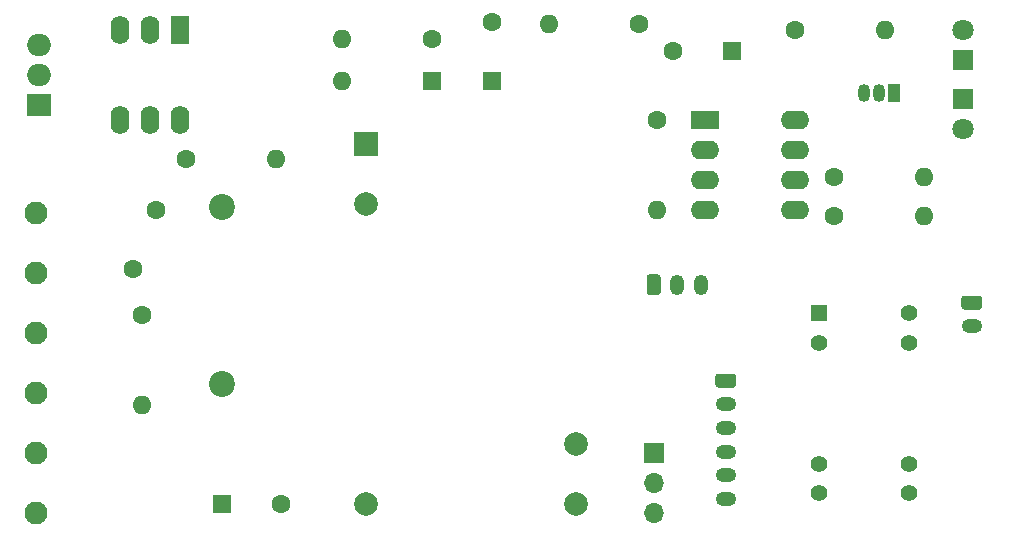
<source format=gbr>
%TF.GenerationSoftware,KiCad,Pcbnew,(5.1.10)-1*%
%TF.CreationDate,2021-12-14T14:45:45+00:00*%
%TF.ProjectId,vacSwitch,76616353-7769-4746-9368-2e6b69636164,rev?*%
%TF.SameCoordinates,Original*%
%TF.FileFunction,Soldermask,Bot*%
%TF.FilePolarity,Negative*%
%FSLAX46Y46*%
G04 Gerber Fmt 4.6, Leading zero omitted, Abs format (unit mm)*
G04 Created by KiCad (PCBNEW (5.1.10)-1) date 2021-12-14 14:45:45*
%MOMM*%
%LPD*%
G01*
G04 APERTURE LIST*
%ADD10C,1.600000*%
%ADD11R,1.600000X1.600000*%
%ADD12C,1.950000*%
%ADD13O,1.750000X1.200000*%
%ADD14C,2.200000*%
%ADD15O,1.600000X1.600000*%
%ADD16C,1.800000*%
%ADD17R,1.800000X1.800000*%
%ADD18R,2.000000X1.905000*%
%ADD19O,2.000000X1.905000*%
%ADD20O,1.200000X1.750000*%
%ADD21R,1.700000X1.700000*%
%ADD22O,1.700000X1.700000*%
%ADD23C,1.400000*%
%ADD24R,1.400000X1.400000*%
%ADD25R,2.000000X2.000000*%
%ADD26C,2.000000*%
%ADD27O,1.050000X1.500000*%
%ADD28R,1.050000X1.500000*%
%ADD29R,2.400000X1.600000*%
%ADD30O,2.400000X1.600000*%
%ADD31R,1.600000X2.400000*%
%ADD32O,1.600000X2.400000*%
G04 APERTURE END LIST*
D10*
%TO.C,C4*%
X149860000Y-80471000D03*
D11*
X149860000Y-85471000D03*
%TD*%
%TO.C,C3*%
X127000000Y-121285000D03*
D10*
X132000000Y-121285000D03*
%TD*%
D12*
%TO.C,J1*%
X111252000Y-96647000D03*
X111252000Y-101727000D03*
X111252000Y-106807000D03*
X111252000Y-111887000D03*
X111252000Y-116967000D03*
X111252000Y-122047000D03*
%TD*%
D13*
%TO.C,J3*%
X169672000Y-120871000D03*
X169672000Y-118871000D03*
X169672000Y-116871000D03*
X169672000Y-114871000D03*
X169672000Y-112871000D03*
G36*
G01*
X169046999Y-110271000D02*
X170297001Y-110271000D01*
G75*
G02*
X170547000Y-110520999I0J-249999D01*
G01*
X170547000Y-111221001D01*
G75*
G02*
X170297001Y-111471000I-249999J0D01*
G01*
X169046999Y-111471000D01*
G75*
G02*
X168797000Y-111221001I0J249999D01*
G01*
X168797000Y-110520999D01*
G75*
G02*
X169046999Y-110271000I249999J0D01*
G01*
G37*
%TD*%
D11*
%TO.C,C1*%
X170180000Y-82931000D03*
D10*
X165180000Y-82931000D03*
%TD*%
D14*
%TO.C,C6*%
X127000000Y-96139000D03*
X127000000Y-111139000D03*
%TD*%
D11*
%TO.C,D1*%
X144780000Y-85471000D03*
D15*
X137160000Y-85471000D03*
%TD*%
D16*
%TO.C,D6*%
X189738000Y-81153000D03*
D17*
X189738000Y-83693000D03*
%TD*%
%TO.C,D7*%
X189738000Y-86995000D03*
D16*
X189738000Y-89535000D03*
%TD*%
D18*
%TO.C,D9*%
X111506000Y-87503000D03*
D19*
X111506000Y-84963000D03*
X111506000Y-82423000D03*
%TD*%
%TO.C,J2*%
G36*
G01*
X162976000Y-103368001D02*
X162976000Y-102117999D01*
G75*
G02*
X163225999Y-101868000I249999J0D01*
G01*
X163926001Y-101868000D01*
G75*
G02*
X164176000Y-102117999I0J-249999D01*
G01*
X164176000Y-103368001D01*
G75*
G02*
X163926001Y-103618000I-249999J0D01*
G01*
X163225999Y-103618000D01*
G75*
G02*
X162976000Y-103368001I0J249999D01*
G01*
G37*
D20*
X165576000Y-102743000D03*
X167576000Y-102743000D03*
%TD*%
%TO.C,J4*%
G36*
G01*
X189874999Y-103667000D02*
X191125001Y-103667000D01*
G75*
G02*
X191375000Y-103916999I0J-249999D01*
G01*
X191375000Y-104617001D01*
G75*
G02*
X191125001Y-104867000I-249999J0D01*
G01*
X189874999Y-104867000D01*
G75*
G02*
X189625000Y-104617001I0J249999D01*
G01*
X189625000Y-103916999D01*
G75*
G02*
X189874999Y-103667000I249999J0D01*
G01*
G37*
D13*
X190500000Y-106267000D03*
%TD*%
D21*
%TO.C,JP1*%
X163576000Y-116967000D03*
D22*
X163576000Y-119507000D03*
X163576000Y-122047000D03*
%TD*%
D23*
%TO.C,K1*%
X185166000Y-107696000D03*
X185166000Y-117956000D03*
X177546000Y-117956000D03*
X177546000Y-107696000D03*
D24*
X177546000Y-105156000D03*
D23*
X185166000Y-120396000D03*
X177546000Y-120396000D03*
X185166000Y-105156000D03*
%TD*%
D25*
%TO.C,PS1*%
X139192000Y-90805000D03*
D26*
X139192000Y-95885000D03*
X156972000Y-121285000D03*
X139192000Y-121285000D03*
X156972000Y-116205000D03*
%TD*%
D27*
%TO.C,Q1*%
X182626000Y-86487000D03*
X181356000Y-86487000D03*
D28*
X183896000Y-86487000D03*
%TD*%
D15*
%TO.C,R3*%
X163830000Y-96393000D03*
D10*
X163830000Y-88773000D03*
%TD*%
%TO.C,R4*%
X144780000Y-81915000D03*
D15*
X137160000Y-81915000D03*
%TD*%
D10*
%TO.C,R7*%
X178816000Y-96901000D03*
D15*
X186436000Y-96901000D03*
%TD*%
%TO.C,R8*%
X186436000Y-93599000D03*
D10*
X178816000Y-93599000D03*
%TD*%
D15*
%TO.C,R9*%
X183134000Y-81153000D03*
D10*
X175514000Y-81153000D03*
%TD*%
%TO.C,R10*%
X162306000Y-80645000D03*
D15*
X154686000Y-80645000D03*
%TD*%
D10*
%TO.C,R11*%
X120269000Y-105283000D03*
D15*
X120269000Y-112903000D03*
%TD*%
%TO.C,R12*%
X131572000Y-92075000D03*
D10*
X123952000Y-92075000D03*
%TD*%
%TO.C,RV1*%
X121412000Y-96393000D03*
X119512000Y-101393000D03*
%TD*%
D29*
%TO.C,U1*%
X167894000Y-88773000D03*
D30*
X175514000Y-96393000D03*
X167894000Y-91313000D03*
X175514000Y-93853000D03*
X167894000Y-93853000D03*
X175514000Y-91313000D03*
X167894000Y-96393000D03*
X175514000Y-88773000D03*
%TD*%
D31*
%TO.C,U3*%
X123444000Y-81153000D03*
D32*
X118364000Y-88773000D03*
X120904000Y-81153000D03*
X120904000Y-88773000D03*
X118364000Y-81153000D03*
X123444000Y-88773000D03*
%TD*%
M02*

</source>
